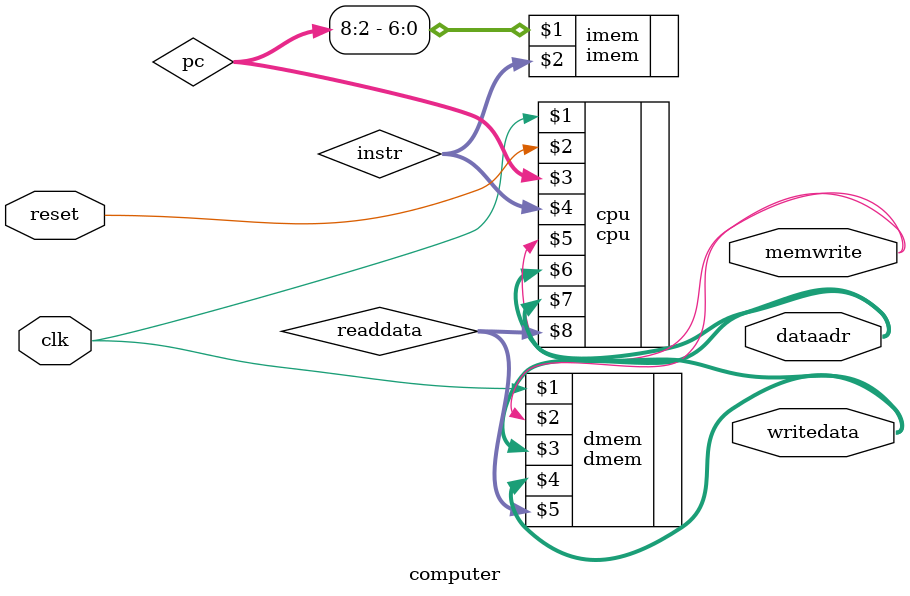
<source format=sv>
`ifndef COMPUTER
`define COMPUTER

`timescale 1ns/100ps

`include "../cpu/cpu.sv"
`include "../imem/imem.sv"
`include "../dmem/dmem.sv"

module computer
    #(parameter n = 32)(
    //
    // ---------------- PORT DEFINITIONS ----------------
    //
    input  logic           clk, reset, 
    output logic [(n-1):0] dataadr, writedata,
    output logic           memwrite
);
    //
    // ---------------- MODULE DESIGN IMPLEMENTATION ----------------
    //
    wire [(n-1):0] pc, instr, jalout, readdata;
    
    // computer internal components

    // the RISC CPU
    cpu cpu(clk, reset, pc, instr, memwrite, dataadr, writedata, readdata);
    // the instruction memory ("text segment") in main memory
    imem imem(pc[8:2], instr); // it was pc[7:2] before
    // the data memory ("data segment") in main memory
    dmem dmem(clk, memwrite, dataadr, writedata, readdata);

endmodule

`endif // COMPUTER

</source>
